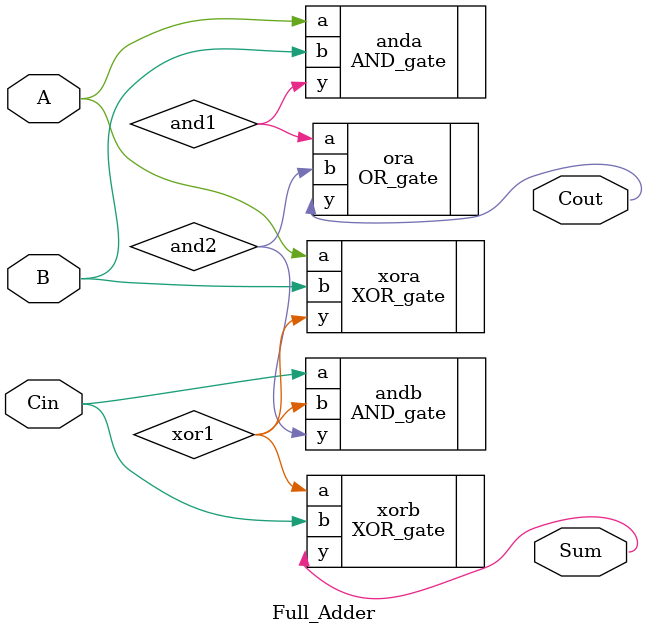
<source format=sv>
module Full_Adder(
	input logic A,
	input logic B,
	input logic Cin,
	output logic Sum,
	output logic Cout
);

	logic xor1;
	
	// sum = a ^ b ^ c, primero a ^ b
	XOR_gate xora (.a(A),    .b(B),   .y(xor1));
	
	XOR_gate xorb (.a(xor1), .b(Cin), .y(Sum));
	
	
	
	logic and1, and2;
	
	// Cout = AB + Cin(A^B)
	
	AND_gate anda (.a(A),  .b(B),    .y(and1));
	
	AND_gate andb(.a(Cin), .b(xor1), .y(and2));
	
	OR_gate ora(.a(and1),  .b(and2), .y(Cout));
	

endmodule
</source>
